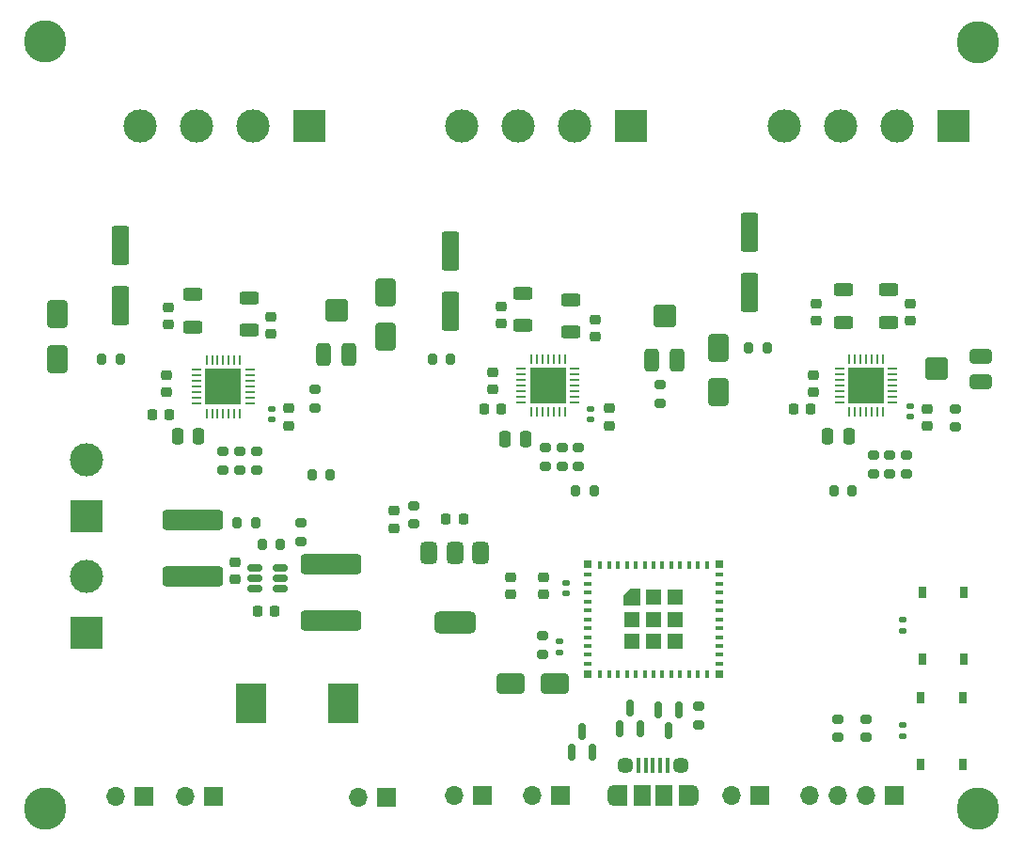
<source format=gbr>
%TF.GenerationSoftware,KiCad,Pcbnew,9.0.0*%
%TF.CreationDate,2025-05-09T17:06:21-07:00*%
%TF.ProjectId,Motor_Controller_Board_v1,4d6f746f-725f-4436-9f6e-74726f6c6c65,v1*%
%TF.SameCoordinates,Original*%
%TF.FileFunction,Soldermask,Top*%
%TF.FilePolarity,Negative*%
%FSLAX46Y46*%
G04 Gerber Fmt 4.6, Leading zero omitted, Abs format (unit mm)*
G04 Created by KiCad (PCBNEW 9.0.0) date 2025-05-09 17:06:21*
%MOMM*%
%LPD*%
G01*
G04 APERTURE LIST*
G04 Aperture macros list*
%AMRoundRect*
0 Rectangle with rounded corners*
0 $1 Rounding radius*
0 $2 $3 $4 $5 $6 $7 $8 $9 X,Y pos of 4 corners*
0 Add a 4 corners polygon primitive as box body*
4,1,4,$2,$3,$4,$5,$6,$7,$8,$9,$2,$3,0*
0 Add four circle primitives for the rounded corners*
1,1,$1+$1,$2,$3*
1,1,$1+$1,$4,$5*
1,1,$1+$1,$6,$7*
1,1,$1+$1,$8,$9*
0 Add four rect primitives between the rounded corners*
20,1,$1+$1,$2,$3,$4,$5,0*
20,1,$1+$1,$4,$5,$6,$7,0*
20,1,$1+$1,$6,$7,$8,$9,0*
20,1,$1+$1,$8,$9,$2,$3,0*%
%AMFreePoly0*
4,1,6,0.725000,-0.725000,-0.725000,-0.725000,-0.725000,0.125000,-0.125000,0.725000,0.725000,0.725000,0.725000,-0.725000,0.725000,-0.725000,$1*%
G04 Aperture macros list end*
%ADD10RoundRect,0.200000X0.200000X0.275000X-0.200000X0.275000X-0.200000X-0.275000X0.200000X-0.275000X0*%
%ADD11RoundRect,0.250000X0.400000X0.750000X-0.400000X0.750000X-0.400000X-0.750000X0.400000X-0.750000X0*%
%ADD12RoundRect,0.250000X0.750000X0.750000X-0.750000X0.750000X-0.750000X-0.750000X0.750000X-0.750000X0*%
%ADD13RoundRect,0.225000X-0.250000X0.225000X-0.250000X-0.225000X0.250000X-0.225000X0.250000X0.225000X0*%
%ADD14RoundRect,0.200000X0.275000X-0.200000X0.275000X0.200000X-0.275000X0.200000X-0.275000X-0.200000X0*%
%ADD15C,3.000000*%
%ADD16R,3.000000X3.000000*%
%ADD17RoundRect,0.250000X-1.000000X-0.650000X1.000000X-0.650000X1.000000X0.650000X-1.000000X0.650000X0*%
%ADD18RoundRect,0.225000X-0.225000X-0.250000X0.225000X-0.250000X0.225000X0.250000X-0.225000X0.250000X0*%
%ADD19RoundRect,0.150000X0.150000X-0.587500X0.150000X0.587500X-0.150000X0.587500X-0.150000X-0.587500X0*%
%ADD20R,0.750000X1.000000*%
%ADD21RoundRect,0.250000X0.550000X-1.500000X0.550000X1.500000X-0.550000X1.500000X-0.550000X-1.500000X0*%
%ADD22RoundRect,0.140000X0.170000X-0.140000X0.170000X0.140000X-0.170000X0.140000X-0.170000X-0.140000X0*%
%ADD23RoundRect,0.250000X-0.750000X0.400000X-0.750000X-0.400000X0.750000X-0.400000X0.750000X0.400000X0*%
%ADD24RoundRect,0.250000X-0.750000X0.750000X-0.750000X-0.750000X0.750000X-0.750000X0.750000X0.750000X0*%
%ADD25RoundRect,0.225000X0.250000X-0.225000X0.250000X0.225000X-0.250000X0.225000X-0.250000X-0.225000X0*%
%ADD26O,1.700000X1.700000*%
%ADD27R,1.700000X1.700000*%
%ADD28RoundRect,0.225000X0.225000X0.250000X-0.225000X0.250000X-0.225000X-0.250000X0.225000X-0.250000X0*%
%ADD29RoundRect,0.250000X0.250000X0.475000X-0.250000X0.475000X-0.250000X-0.475000X0.250000X-0.475000X0*%
%ADD30RoundRect,0.250000X-0.650000X1.000000X-0.650000X-1.000000X0.650000X-1.000000X0.650000X1.000000X0*%
%ADD31RoundRect,0.250000X0.625000X-0.312500X0.625000X0.312500X-0.625000X0.312500X-0.625000X-0.312500X0*%
%ADD32RoundRect,0.200000X-0.200000X-0.275000X0.200000X-0.275000X0.200000X0.275000X-0.200000X0.275000X0*%
%ADD33RoundRect,0.140000X-0.170000X0.140000X-0.170000X-0.140000X0.170000X-0.140000X0.170000X0.140000X0*%
%ADD34RoundRect,0.200000X-0.275000X0.200000X-0.275000X-0.200000X0.275000X-0.200000X0.275000X0.200000X0*%
%ADD35RoundRect,0.250000X2.450000X-0.650000X2.450000X0.650000X-2.450000X0.650000X-2.450000X-0.650000X0*%
%ADD36RoundRect,0.218750X0.256250X-0.218750X0.256250X0.218750X-0.256250X0.218750X-0.256250X-0.218750X0*%
%ADD37RoundRect,0.250000X0.650000X-1.000000X0.650000X1.000000X-0.650000X1.000000X-0.650000X-1.000000X0*%
%ADD38R,3.250000X3.250000*%
%ADD39RoundRect,0.062500X-0.062500X-0.387500X0.062500X-0.387500X0.062500X0.387500X-0.062500X0.387500X0*%
%ADD40RoundRect,0.062500X-0.387500X-0.062500X0.387500X-0.062500X0.387500X0.062500X-0.387500X0.062500X0*%
%ADD41R,2.700000X3.600000*%
%ADD42O,1.200000X1.900000*%
%ADD43R,1.200000X1.900000*%
%ADD44C,1.450000*%
%ADD45R,1.500000X1.900000*%
%ADD46R,0.400000X1.350000*%
%ADD47RoundRect,0.375000X-0.375000X0.625000X-0.375000X-0.625000X0.375000X-0.625000X0.375000X0.625000X0*%
%ADD48RoundRect,0.500000X-1.400000X0.500000X-1.400000X-0.500000X1.400000X-0.500000X1.400000X0.500000X0*%
%ADD49RoundRect,0.150000X0.512500X0.150000X-0.512500X0.150000X-0.512500X-0.150000X0.512500X-0.150000X0*%
%ADD50RoundRect,0.150000X-0.150000X0.587500X-0.150000X-0.587500X0.150000X-0.587500X0.150000X0.587500X0*%
%ADD51R,0.700000X0.700000*%
%ADD52R,1.450000X1.450000*%
%ADD53FreePoly0,0.000000*%
%ADD54R,0.400000X0.800000*%
%ADD55R,0.800000X0.400000*%
%ADD56C,3.800000*%
G04 APERTURE END LIST*
D10*
%TO.C,R417*%
X143820000Y-105930000D03*
X145470000Y-105930000D03*
%TD*%
D11*
%TO.C,RV403*%
X163570000Y-106030000D03*
D12*
X164720000Y-102030000D03*
D11*
X165870000Y-106030000D03*
%TD*%
D13*
%TO.C,C414*%
X129270000Y-103680000D03*
X129270000Y-102130000D03*
%TD*%
%TO.C,C203*%
X126070000Y-125755000D03*
X126070000Y-124205000D03*
%TD*%
D14*
%TO.C,R418*%
X155470000Y-113930000D03*
X155470000Y-115580000D03*
%TD*%
D15*
%TO.C,J401*%
X175480000Y-84930000D03*
X180560000Y-84930000D03*
X185640000Y-84930000D03*
D16*
X190720000Y-84930000D03*
%TD*%
D17*
%TO.C,D303*%
X154820000Y-135130000D03*
X150820000Y-135130000D03*
%TD*%
D18*
%TO.C,C205*%
X146595000Y-120380000D03*
X145045000Y-120380000D03*
%TD*%
D11*
%TO.C,RV402*%
X134020000Y-105530000D03*
D12*
X135170000Y-101530000D03*
D11*
X136320000Y-105530000D03*
%TD*%
D19*
%TO.C,D304*%
X157270000Y-139505000D03*
X158220000Y-141380000D03*
X156320000Y-141380000D03*
%TD*%
D20*
%TO.C,SW301*%
X187920000Y-132930000D03*
X187920000Y-126930000D03*
X191670000Y-132930000D03*
X191670000Y-126930000D03*
%TD*%
D21*
%TO.C,C407*%
X172365000Y-94530000D03*
X172365000Y-99930000D03*
%TD*%
D13*
%TO.C,C424*%
X149270000Y-108705000D03*
X149270000Y-107155000D03*
%TD*%
D22*
%TO.C,C409*%
X129370000Y-110450000D03*
X129370000Y-111410000D03*
%TD*%
D23*
%TO.C,RV401*%
X193170000Y-107980000D03*
D24*
X189170000Y-106830000D03*
D23*
X193170000Y-105680000D03*
%TD*%
D25*
%TO.C,C206*%
X150820000Y-125605000D03*
X150820000Y-127155000D03*
%TD*%
D13*
%TO.C,C413*%
X120000000Y-102850000D03*
X120000000Y-101300000D03*
%TD*%
D26*
%TO.C,J202*%
X137130000Y-145380000D03*
D27*
X139670000Y-145380000D03*
%TD*%
D13*
%TO.C,C418*%
X159720000Y-111930000D03*
X159720000Y-110380000D03*
%TD*%
D28*
%TO.C,C403*%
X176300000Y-110430000D03*
X177850000Y-110430000D03*
%TD*%
D21*
%TO.C,C423*%
X145470000Y-96230000D03*
X145470000Y-101630000D03*
%TD*%
D29*
%TO.C,C420*%
X150320000Y-113180000D03*
X152220000Y-113180000D03*
%TD*%
D30*
%TO.C,D401*%
X169520000Y-108905000D03*
X169520000Y-104905000D03*
%TD*%
D31*
%TO.C,R414*%
X122270000Y-100137500D03*
X122270000Y-103062500D03*
%TD*%
D14*
%TO.C,R415*%
X124970000Y-114280000D03*
X124970000Y-115930000D03*
%TD*%
D32*
%TO.C,R419*%
X158370000Y-117830000D03*
X156720000Y-117830000D03*
%TD*%
D14*
%TO.C,R411*%
X126470000Y-114280000D03*
X126470000Y-115930000D03*
%TD*%
D13*
%TO.C,C402*%
X188350000Y-111980000D03*
X188350000Y-110430000D03*
%TD*%
D10*
%TO.C,R402*%
X172275000Y-104930000D03*
X173925000Y-104930000D03*
%TD*%
D14*
%TO.C,R403*%
X184970000Y-114605000D03*
X184970000Y-116255000D03*
%TD*%
D33*
%TO.C,C304*%
X155242000Y-132340000D03*
X155242000Y-131380000D03*
%TD*%
D21*
%TO.C,C415*%
X115670000Y-95730000D03*
X115670000Y-101130000D03*
%TD*%
D34*
%TO.C,R407*%
X133270000Y-110330000D03*
X133270000Y-108680000D03*
%TD*%
%TO.C,R203*%
X131970000Y-122355000D03*
X131970000Y-120705000D03*
%TD*%
D35*
%TO.C,C204*%
X134670000Y-124430000D03*
X134670000Y-129530000D03*
%TD*%
D34*
%TO.C,R412*%
X164270000Y-109930000D03*
X164270000Y-108280000D03*
%TD*%
D26*
%TO.C,J304*%
X152810000Y-145205000D03*
D27*
X155350000Y-145205000D03*
%TD*%
D22*
%TO.C,C401*%
X186850000Y-110200000D03*
X186850000Y-111160000D03*
%TD*%
D26*
%TO.C,J206*%
X121530000Y-145330000D03*
D27*
X124070000Y-145330000D03*
%TD*%
D34*
%TO.C,R201*%
X142170000Y-120790000D03*
X142170000Y-119140000D03*
%TD*%
D36*
%TO.C,D201*%
X140320000Y-119592500D03*
X140320000Y-121167500D03*
%TD*%
D34*
%TO.C,R302*%
X182820000Y-140030000D03*
X182820000Y-138380000D03*
%TD*%
D31*
%TO.C,R421*%
X151970000Y-100005000D03*
X151970000Y-102930000D03*
%TD*%
D26*
%TO.C,J305*%
X145810000Y-145205000D03*
D27*
X148350000Y-145205000D03*
%TD*%
D29*
%TO.C,C412*%
X120850000Y-112930000D03*
X122750000Y-112930000D03*
%TD*%
D26*
%TO.C,J303*%
X170770000Y-145205000D03*
D27*
X173310000Y-145205000D03*
%TD*%
D37*
%TO.C,D402*%
X110070000Y-101930000D03*
X110070000Y-105930000D03*
%TD*%
D32*
%TO.C,R202*%
X127870000Y-120680000D03*
X126220000Y-120680000D03*
%TD*%
D35*
%TO.C,C202*%
X122270000Y-120430000D03*
X122270000Y-125530000D03*
%TD*%
D37*
%TO.C,D403*%
X139600000Y-99930000D03*
X139600000Y-103930000D03*
%TD*%
D31*
%TO.C,R404*%
X184850000Y-99717500D03*
X184850000Y-102642500D03*
%TD*%
D13*
%TO.C,C421*%
X149970000Y-102775000D03*
X149970000Y-101225000D03*
%TD*%
D34*
%TO.C,R401*%
X190870000Y-112055000D03*
X190870000Y-110405000D03*
%TD*%
D38*
%TO.C,U401*%
X182850000Y-108330000D03*
D39*
X181350000Y-105930000D03*
X181850000Y-105930000D03*
X182350000Y-105930000D03*
X182850000Y-105930000D03*
X183350000Y-105930000D03*
X183850000Y-105930000D03*
X184350000Y-105930000D03*
D40*
X185250000Y-106830000D03*
X185250000Y-107330000D03*
X185250000Y-107830000D03*
X185250000Y-108330000D03*
X185250000Y-108830000D03*
X185250000Y-109330000D03*
X185250000Y-109830000D03*
D39*
X184350000Y-110730000D03*
X183850000Y-110730000D03*
X183350000Y-110730000D03*
X182850000Y-110730000D03*
X182350000Y-110730000D03*
X181850000Y-110730000D03*
X181350000Y-110730000D03*
D40*
X180450000Y-109830000D03*
X180450000Y-109330000D03*
X180450000Y-108830000D03*
X180450000Y-108330000D03*
X180450000Y-107830000D03*
X180450000Y-107330000D03*
X180450000Y-106830000D03*
%TD*%
D34*
%TO.C,R303*%
X180310000Y-140030000D03*
X180310000Y-138380000D03*
%TD*%
D26*
%TO.C,J207*%
X115305000Y-145330000D03*
D27*
X117845000Y-145330000D03*
%TD*%
D41*
%TO.C,L201*%
X135820000Y-136980000D03*
X127520000Y-136980000D03*
%TD*%
D28*
%TO.C,C411*%
X118595000Y-110930000D03*
X120145000Y-110930000D03*
%TD*%
D31*
%TO.C,R420*%
X156260000Y-100605000D03*
X156260000Y-103530000D03*
%TD*%
D42*
%TO.C,J302*%
X167170000Y-145205000D03*
D43*
X166570000Y-145205000D03*
D44*
X166170000Y-142505000D03*
D45*
X164670000Y-145205000D03*
X162670000Y-145205000D03*
D44*
X161170000Y-142505000D03*
D43*
X160770000Y-145205000D03*
D42*
X160170000Y-145205000D03*
D46*
X164970000Y-142505000D03*
X164320000Y-142505000D03*
X163670000Y-142505000D03*
X163020000Y-142505000D03*
X162370000Y-142505000D03*
%TD*%
D33*
%TO.C,C301*%
X155830000Y-127035000D03*
X155830000Y-126075000D03*
%TD*%
D15*
%TO.C,J203*%
X112670000Y-114990000D03*
D16*
X112670000Y-120070000D03*
%TD*%
D28*
%TO.C,C419*%
X148470000Y-110430000D03*
X150020000Y-110430000D03*
%TD*%
D29*
%TO.C,C404*%
X179400000Y-112930000D03*
X181300000Y-112930000D03*
%TD*%
D14*
%TO.C,R304*%
X167820000Y-137230000D03*
X167820000Y-138880000D03*
%TD*%
D47*
%TO.C,U202*%
X143520000Y-123380000D03*
D48*
X145820000Y-129680000D03*
D47*
X145820000Y-123380000D03*
X148120000Y-123380000D03*
%TD*%
D18*
%TO.C,C201*%
X129595000Y-128630000D03*
X128045000Y-128630000D03*
%TD*%
D33*
%TO.C,C303*%
X186170000Y-130390000D03*
X186170000Y-129430000D03*
%TD*%
D13*
%TO.C,C405*%
X178400000Y-102475000D03*
X178400000Y-100925000D03*
%TD*%
%TO.C,C416*%
X119850000Y-108930000D03*
X119850000Y-107380000D03*
%TD*%
D33*
%TO.C,C305*%
X186170000Y-139890000D03*
X186170000Y-138930000D03*
%TD*%
D14*
%TO.C,R423*%
X156970000Y-113930000D03*
X156970000Y-115580000D03*
%TD*%
D31*
%TO.C,R413*%
X127270000Y-100442500D03*
X127270000Y-103367500D03*
%TD*%
D13*
%TO.C,C406*%
X186790000Y-102485000D03*
X186790000Y-100935000D03*
%TD*%
D38*
%TO.C,U403*%
X154220000Y-108330000D03*
D39*
X152720000Y-105930000D03*
X153220000Y-105930000D03*
X153720000Y-105930000D03*
X154220000Y-105930000D03*
X154720000Y-105930000D03*
X155220000Y-105930000D03*
X155720000Y-105930000D03*
D40*
X156620000Y-106830000D03*
X156620000Y-107330000D03*
X156620000Y-107830000D03*
X156620000Y-108330000D03*
X156620000Y-108830000D03*
X156620000Y-109330000D03*
X156620000Y-109830000D03*
D39*
X155720000Y-110730000D03*
X155220000Y-110730000D03*
X154720000Y-110730000D03*
X154220000Y-110730000D03*
X153720000Y-110730000D03*
X153220000Y-110730000D03*
X152720000Y-110730000D03*
D40*
X151820000Y-109830000D03*
X151820000Y-109330000D03*
X151820000Y-108830000D03*
X151820000Y-108330000D03*
X151820000Y-107830000D03*
X151820000Y-107330000D03*
X151820000Y-106830000D03*
%TD*%
D10*
%TO.C,R409*%
X179970000Y-117830000D03*
X181620000Y-117830000D03*
%TD*%
D38*
%TO.C,U402*%
X124970000Y-108430000D03*
D39*
X123470000Y-106030000D03*
X123970000Y-106030000D03*
X124470000Y-106030000D03*
X124970000Y-106030000D03*
X125470000Y-106030000D03*
X125970000Y-106030000D03*
X126470000Y-106030000D03*
D40*
X127370000Y-106930000D03*
X127370000Y-107430000D03*
X127370000Y-107930000D03*
X127370000Y-108430000D03*
X127370000Y-108930000D03*
X127370000Y-109430000D03*
X127370000Y-109930000D03*
D39*
X126470000Y-110830000D03*
X125970000Y-110830000D03*
X125470000Y-110830000D03*
X124970000Y-110830000D03*
X124470000Y-110830000D03*
X123970000Y-110830000D03*
X123470000Y-110830000D03*
D40*
X122570000Y-109930000D03*
X122570000Y-109430000D03*
X122570000Y-108930000D03*
X122570000Y-108430000D03*
X122570000Y-107930000D03*
X122570000Y-107430000D03*
X122570000Y-106930000D03*
%TD*%
D13*
%TO.C,C422*%
X158470000Y-103930000D03*
X158470000Y-102380000D03*
%TD*%
D14*
%TO.C,R422*%
X153970000Y-113930000D03*
X153970000Y-115580000D03*
%TD*%
D49*
%TO.C,U201*%
X127820000Y-126630000D03*
X127820000Y-125680000D03*
X127820000Y-124730000D03*
X130095000Y-124730000D03*
X130095000Y-125680000D03*
X130095000Y-126630000D03*
%TD*%
D50*
%TO.C,D302*%
X165070000Y-139380000D03*
X164120000Y-137505000D03*
X166020000Y-137505000D03*
%TD*%
D15*
%TO.C,J402*%
X117470000Y-84930000D03*
X122550000Y-84930000D03*
X127630000Y-84930000D03*
D16*
X132710000Y-84930000D03*
%TD*%
D32*
%TO.C,R424*%
X134595000Y-116330000D03*
X132945000Y-116330000D03*
%TD*%
D51*
%TO.C,U301*%
X157770000Y-124430000D03*
X157770000Y-134330000D03*
X169670000Y-134330000D03*
X169670000Y-124430000D03*
D52*
X165695000Y-131355000D03*
X165695000Y-129380000D03*
X165695000Y-127405000D03*
X163720000Y-131355000D03*
X163720000Y-129380000D03*
X163720000Y-127405000D03*
X161745000Y-131355000D03*
X161745000Y-129380000D03*
D53*
X161745000Y-127405000D03*
D54*
X158920000Y-124480000D03*
X159720000Y-124480000D03*
X160520000Y-124480000D03*
X161320000Y-124480000D03*
X162120000Y-124480000D03*
X162920000Y-124480000D03*
X163720000Y-124480000D03*
X164520000Y-124480000D03*
X165320000Y-124480000D03*
X166120000Y-124480000D03*
X166920000Y-124480000D03*
X167720000Y-124480000D03*
X168520000Y-124480000D03*
D55*
X169620000Y-125380000D03*
X169620000Y-126180000D03*
X169620000Y-126980000D03*
X169620000Y-127780000D03*
X169620000Y-128580000D03*
X169620000Y-129380000D03*
X169620000Y-130180000D03*
X169620000Y-130980000D03*
X169620000Y-131780000D03*
X169620000Y-132580000D03*
X169620000Y-133380000D03*
D54*
X168520000Y-134280000D03*
X167720000Y-134280000D03*
X166920000Y-134280000D03*
X166120000Y-134280000D03*
X165320000Y-134280000D03*
X164520000Y-134280000D03*
X163720000Y-134280000D03*
X162920000Y-134280000D03*
X162120000Y-134280000D03*
X161320000Y-134280000D03*
X160520000Y-134280000D03*
X159720000Y-134280000D03*
X158920000Y-134280000D03*
D55*
X157820000Y-133380000D03*
X157820000Y-132580000D03*
X157820000Y-131780000D03*
X157820000Y-130980000D03*
X157820000Y-130180000D03*
X157820000Y-129380000D03*
X157820000Y-128580000D03*
X157820000Y-127780000D03*
X157820000Y-126980000D03*
X157820000Y-126180000D03*
X157820000Y-125380000D03*
%TD*%
D25*
%TO.C,C302*%
X153820000Y-125605000D03*
X153820000Y-127155000D03*
%TD*%
D32*
%TO.C,R204*%
X130145000Y-122630000D03*
X128495000Y-122630000D03*
%TD*%
D56*
%TO.C,H202*%
X192970000Y-146430000D03*
%TD*%
D14*
%TO.C,R301*%
X153742000Y-130880000D03*
X153742000Y-132530000D03*
%TD*%
%TO.C,R416*%
X127970000Y-114280000D03*
X127970000Y-115930000D03*
%TD*%
D31*
%TO.C,R405*%
X180850000Y-99717500D03*
X180850000Y-102642500D03*
%TD*%
D15*
%TO.C,J201*%
X112670000Y-125550000D03*
D16*
X112670000Y-130630000D03*
%TD*%
D14*
%TO.C,R408*%
X186470000Y-114605000D03*
X186470000Y-116255000D03*
%TD*%
D20*
%TO.C,SW302*%
X187795000Y-142430000D03*
X187795000Y-136430000D03*
X191545000Y-142430000D03*
X191545000Y-136430000D03*
%TD*%
D13*
%TO.C,C410*%
X130850000Y-111930000D03*
X130850000Y-110380000D03*
%TD*%
D22*
%TO.C,C417*%
X158070000Y-110450000D03*
X158070000Y-111410000D03*
%TD*%
D13*
%TO.C,C408*%
X178100000Y-108930000D03*
X178100000Y-107380000D03*
%TD*%
D56*
%TO.C,H201*%
X192970000Y-77430000D03*
%TD*%
%TO.C,H204*%
X108970000Y-77350000D03*
%TD*%
%TO.C,H203*%
X108970000Y-146430000D03*
%TD*%
D14*
%TO.C,R406*%
X183490000Y-114605000D03*
X183490000Y-116255000D03*
%TD*%
D15*
%TO.C,J403*%
X146480000Y-84930000D03*
X151560000Y-84930000D03*
X156640000Y-84930000D03*
D16*
X161720000Y-84930000D03*
%TD*%
D10*
%TO.C,R410*%
X114025000Y-105930000D03*
X115675000Y-105930000D03*
%TD*%
D26*
%TO.C,J301*%
X177770000Y-145205000D03*
X180310000Y-145205000D03*
X182850000Y-145205000D03*
D27*
X185390000Y-145205000D03*
%TD*%
D19*
%TO.C,D301*%
X161620000Y-137380000D03*
X162570000Y-139255000D03*
X160670000Y-139255000D03*
%TD*%
M02*

</source>
